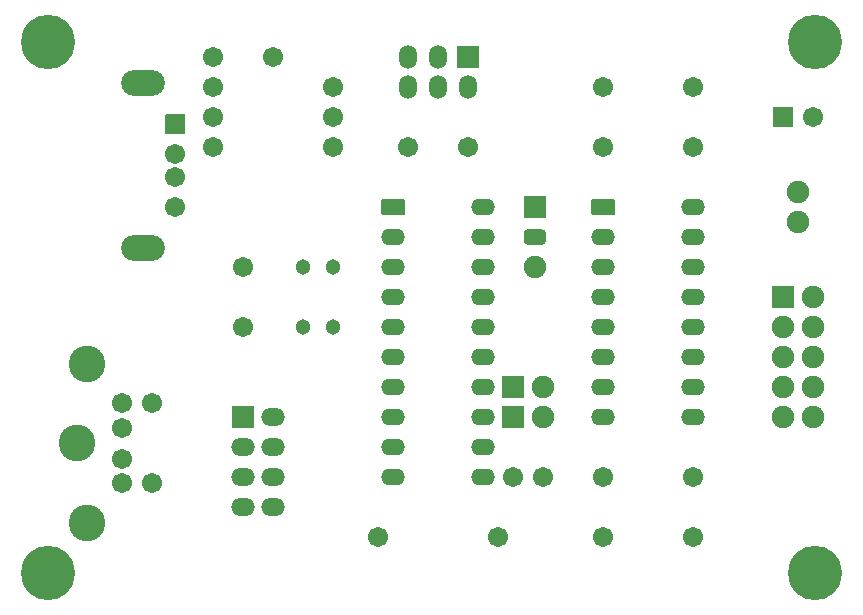
<source format=gbr>
G04 #@! TF.GenerationSoftware,KiCad,Pcbnew,5.1.12-84ad8e8a86~92~ubuntu20.04.1*
G04 #@! TF.CreationDate,2021-12-10T13:48:26+01:00*
G04 #@! TF.ProjectId,mouse,6d6f7573-652e-46b6-9963-61645f706362,1*
G04 #@! TF.SameCoordinates,Original*
G04 #@! TF.FileFunction,Soldermask,Top*
G04 #@! TF.FilePolarity,Negative*
%FSLAX46Y46*%
G04 Gerber Fmt 4.6, Leading zero omitted, Abs format (unit mm)*
G04 Created by KiCad (PCBNEW 5.1.12-84ad8e8a86~92~ubuntu20.04.1) date 2021-12-10 13:48:26*
%MOMM*%
%LPD*%
G01*
G04 APERTURE LIST*
%ADD10C,4.602000*%
%ADD11C,3.102000*%
%ADD12C,1.702000*%
%ADD13C,1.302000*%
%ADD14C,1.902000*%
%ADD15O,1.502000X2.002000*%
%ADD16O,3.702000X2.202000*%
%ADD17O,2.002000X1.502000*%
%ADD18O,2.000000X1.400000*%
G04 APERTURE END LIST*
D10*
X101000000Y-115500000D03*
X166000000Y-115500000D03*
X166000000Y-70500000D03*
X101000000Y-70500000D03*
D11*
X104300000Y-97750000D03*
X104300000Y-111250000D03*
X103500000Y-104500000D03*
D12*
X109800000Y-101100000D03*
X109800000Y-107900000D03*
X107300000Y-101100000D03*
X107300000Y-107900000D03*
X107300000Y-103200000D03*
X107300000Y-105800000D03*
D13*
X125170000Y-94670000D03*
X122630000Y-94670000D03*
X122630000Y-89590000D03*
X125170000Y-89590000D03*
D12*
X136600000Y-79430000D03*
X131520000Y-79430000D03*
X155650000Y-74350000D03*
X155650000Y-79430000D03*
X155650000Y-107370000D03*
X155650000Y-112450000D03*
X148030000Y-74350000D03*
X148030000Y-79430000D03*
X148030000Y-107370000D03*
X148030000Y-112450000D03*
G36*
G01*
X162419000Y-77690000D02*
X162419000Y-76090000D01*
G75*
G02*
X162470000Y-76039000I51000J0D01*
G01*
X164070000Y-76039000D01*
G75*
G02*
X164121000Y-76090000I0J-51000D01*
G01*
X164121000Y-77690000D01*
G75*
G02*
X164070000Y-77741000I-51000J0D01*
G01*
X162470000Y-77741000D01*
G75*
G02*
X162419000Y-77690000I0J51000D01*
G01*
G37*
X165810000Y-76890000D03*
X142924366Y-107360989D03*
X140384366Y-107360989D03*
G36*
G01*
X139459000Y-103190000D02*
X139459000Y-101390000D01*
G75*
G02*
X139510000Y-101339000I51000J0D01*
G01*
X141310000Y-101339000D01*
G75*
G02*
X141361000Y-101390000I0J-51000D01*
G01*
X141361000Y-103190000D01*
G75*
G02*
X141310000Y-103241000I-51000J0D01*
G01*
X139510000Y-103241000D01*
G75*
G02*
X139459000Y-103190000I0J51000D01*
G01*
G37*
D14*
X142950000Y-102290000D03*
X142950000Y-99750000D03*
G36*
G01*
X139459000Y-100650000D02*
X139459000Y-98850000D01*
G75*
G02*
X139510000Y-98799000I51000J0D01*
G01*
X141310000Y-98799000D01*
G75*
G02*
X141361000Y-98850000I0J-51000D01*
G01*
X141361000Y-100650000D01*
G75*
G02*
X141310000Y-100701000I-51000J0D01*
G01*
X139510000Y-100701000D01*
G75*
G02*
X139459000Y-100650000I0J51000D01*
G01*
G37*
G36*
G01*
X137551000Y-70910000D02*
X137551000Y-72710000D01*
G75*
G02*
X137500000Y-72761000I-51000J0D01*
G01*
X135700000Y-72761000D01*
G75*
G02*
X135649000Y-72710000I0J51000D01*
G01*
X135649000Y-70910000D01*
G75*
G02*
X135700000Y-70859000I51000J0D01*
G01*
X137500000Y-70859000D01*
G75*
G02*
X137551000Y-70910000I0J-51000D01*
G01*
G37*
D15*
X136600000Y-74350000D03*
X134060000Y-71810000D03*
X134060000Y-74350000D03*
X131520000Y-71810000D03*
X131520000Y-74350000D03*
D14*
X164540000Y-85800320D03*
X164540000Y-83260320D03*
D16*
X109100000Y-88000000D03*
X109100000Y-74000000D03*
D12*
X111810000Y-80000000D03*
X111810000Y-82000000D03*
X111810000Y-84500000D03*
G36*
G01*
X111010000Y-76649000D02*
X112610000Y-76649000D01*
G75*
G02*
X112661000Y-76700000I0J-51000D01*
G01*
X112661000Y-78300000D01*
G75*
G02*
X112610000Y-78351000I-51000J0D01*
G01*
X111010000Y-78351000D01*
G75*
G02*
X110959000Y-78300000I0J51000D01*
G01*
X110959000Y-76700000D01*
G75*
G02*
X111010000Y-76649000I51000J0D01*
G01*
G37*
G36*
G01*
X141340000Y-83559000D02*
X143140000Y-83559000D01*
G75*
G02*
X143191000Y-83610000I0J-51000D01*
G01*
X143191000Y-85410000D01*
G75*
G02*
X143140000Y-85461000I-51000J0D01*
G01*
X141340000Y-85461000D01*
G75*
G02*
X141289000Y-85410000I0J51000D01*
G01*
X141289000Y-83610000D01*
G75*
G02*
X141340000Y-83559000I51000J0D01*
G01*
G37*
G36*
G01*
X141614500Y-86399000D02*
X142865500Y-86399000D01*
G75*
G02*
X143191000Y-86724500I0J-325500D01*
G01*
X143191000Y-87375500D01*
G75*
G02*
X142865500Y-87701000I-325500J0D01*
G01*
X141614500Y-87701000D01*
G75*
G02*
X141289000Y-87375500I0J325500D01*
G01*
X141289000Y-86724500D01*
G75*
G02*
X141614500Y-86399000I325500J0D01*
G01*
G37*
D14*
X142240000Y-89590000D03*
G36*
G01*
X116650000Y-101339000D02*
X118450000Y-101339000D01*
G75*
G02*
X118501000Y-101390000I0J-51000D01*
G01*
X118501000Y-103190000D01*
G75*
G02*
X118450000Y-103241000I-51000J0D01*
G01*
X116650000Y-103241000D01*
G75*
G02*
X116599000Y-103190000I0J51000D01*
G01*
X116599000Y-101390000D01*
G75*
G02*
X116650000Y-101339000I51000J0D01*
G01*
G37*
D17*
X120090000Y-102290000D03*
X117550000Y-104830000D03*
X120090000Y-104830000D03*
X117550000Y-107370000D03*
X120090000Y-107370000D03*
X117550000Y-109910000D03*
X120090000Y-109910000D03*
G36*
G01*
X162370000Y-91179000D02*
X164170000Y-91179000D01*
G75*
G02*
X164221000Y-91230000I0J-51000D01*
G01*
X164221000Y-93030000D01*
G75*
G02*
X164170000Y-93081000I-51000J0D01*
G01*
X162370000Y-93081000D01*
G75*
G02*
X162319000Y-93030000I0J51000D01*
G01*
X162319000Y-91230000D01*
G75*
G02*
X162370000Y-91179000I51000J0D01*
G01*
G37*
D14*
X165810000Y-92130000D03*
X163270000Y-94670000D03*
X165810000Y-94670000D03*
X163270000Y-97210000D03*
X165810000Y-97210000D03*
X163270000Y-99750000D03*
X165810000Y-99750000D03*
X163270000Y-102290000D03*
X165810000Y-102290000D03*
D12*
X125170000Y-74350000D03*
X115010000Y-74350000D03*
X128980000Y-112450000D03*
X139140000Y-112450000D03*
X125170000Y-76890000D03*
X115010000Y-76890000D03*
X115010000Y-79430000D03*
X125170000Y-79430000D03*
X117550000Y-89590000D03*
X117550000Y-94670000D03*
G36*
G01*
X147130000Y-83810000D02*
X148930000Y-83810000D01*
G75*
G02*
X149030000Y-83910000I0J-100000D01*
G01*
X149030000Y-85110000D01*
G75*
G02*
X148930000Y-85210000I-100000J0D01*
G01*
X147130000Y-85210000D01*
G75*
G02*
X147030000Y-85110000I0J100000D01*
G01*
X147030000Y-83910000D01*
G75*
G02*
X147130000Y-83810000I100000J0D01*
G01*
G37*
D18*
X148030000Y-87050000D03*
X148030000Y-89590000D03*
X155650000Y-89590000D03*
X155650000Y-87050000D03*
X155650000Y-84510000D03*
X148030000Y-92130000D03*
X155650000Y-92130000D03*
X148030000Y-94670000D03*
X155650000Y-94670000D03*
X148030000Y-97210000D03*
X155650000Y-97210000D03*
X148030000Y-99750000D03*
X155650000Y-99750000D03*
X148030000Y-102290000D03*
X155650000Y-102290000D03*
G36*
G01*
X129350000Y-83810000D02*
X131150000Y-83810000D01*
G75*
G02*
X131250000Y-83910000I0J-100000D01*
G01*
X131250000Y-85110000D01*
G75*
G02*
X131150000Y-85210000I-100000J0D01*
G01*
X129350000Y-85210000D01*
G75*
G02*
X129250000Y-85110000I0J100000D01*
G01*
X129250000Y-83910000D01*
G75*
G02*
X129350000Y-83810000I100000J0D01*
G01*
G37*
X130250000Y-87050000D03*
X130250000Y-89590000D03*
X137870000Y-89590000D03*
X137870000Y-87050000D03*
X137870000Y-84510000D03*
X130250000Y-92130000D03*
X137870000Y-92130000D03*
X130250000Y-94670000D03*
X137870000Y-94670000D03*
X130250000Y-97210000D03*
X137870000Y-97210000D03*
X130250000Y-99750000D03*
X137870000Y-99750000D03*
X130250000Y-102290000D03*
X137870000Y-102290000D03*
X130250000Y-104830000D03*
X137870000Y-104830000D03*
X130250000Y-107370000D03*
X137870000Y-107370000D03*
D12*
X115010000Y-71810000D03*
X120090000Y-71810000D03*
M02*

</source>
